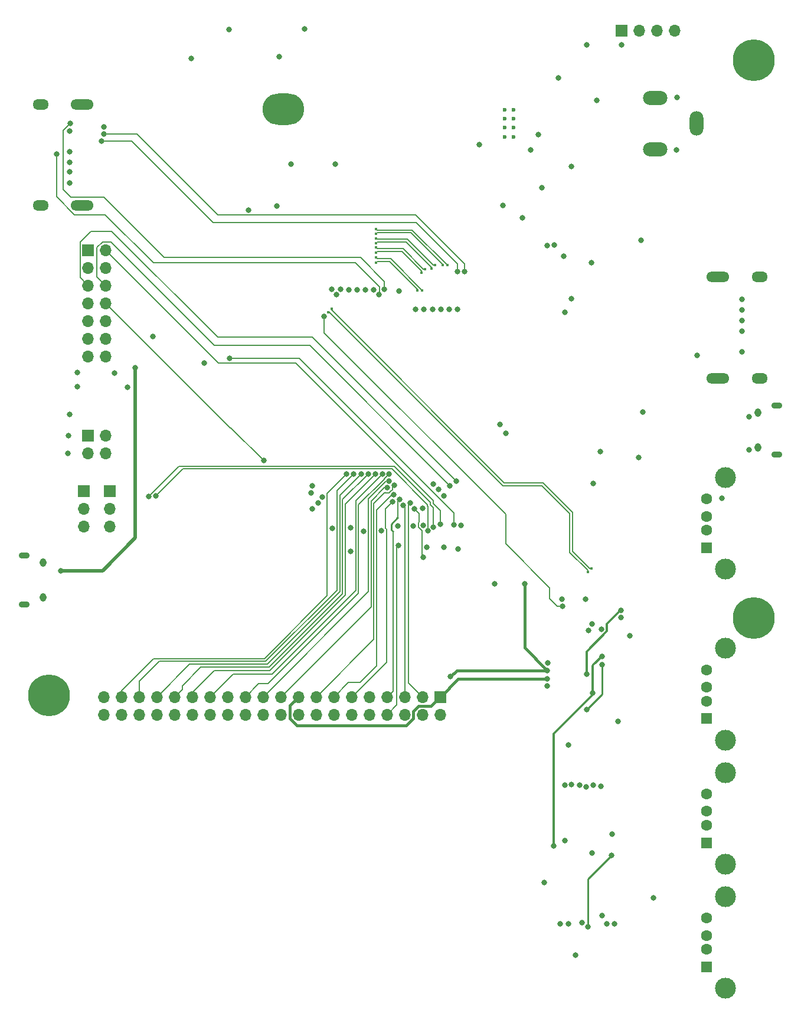
<source format=gbr>
%TF.GenerationSoftware,KiCad,Pcbnew,(6.0.0-0)*%
%TF.CreationDate,2022-04-14T20:44:02-04:00*%
%TF.ProjectId,SIL-CM4,53494c2d-434d-4342-9e6b-696361645f70,rev?*%
%TF.SameCoordinates,Original*%
%TF.FileFunction,Copper,L3,Inr*%
%TF.FilePolarity,Positive*%
%FSLAX46Y46*%
G04 Gerber Fmt 4.6, Leading zero omitted, Abs format (unit mm)*
G04 Created by KiCad (PCBNEW (6.0.0-0)) date 2022-04-14 20:44:02*
%MOMM*%
%LPD*%
G01*
G04 APERTURE LIST*
G04 Aperture macros list*
%AMRoundRect*
0 Rectangle with rounded corners*
0 $1 Rounding radius*
0 $2 $3 $4 $5 $6 $7 $8 $9 X,Y pos of 4 corners*
0 Add a 4 corners polygon primitive as box body*
4,1,4,$2,$3,$4,$5,$6,$7,$8,$9,$2,$3,0*
0 Add four circle primitives for the rounded corners*
1,1,$1+$1,$2,$3*
1,1,$1+$1,$4,$5*
1,1,$1+$1,$6,$7*
1,1,$1+$1,$8,$9*
0 Add four rect primitives between the rounded corners*
20,1,$1+$1,$2,$3,$4,$5,0*
20,1,$1+$1,$4,$5,$6,$7,0*
20,1,$1+$1,$6,$7,$8,$9,0*
20,1,$1+$1,$8,$9,$2,$3,0*%
G04 Aperture macros list end*
%TA.AperFunction,ComponentPad*%
%ADD10R,1.500000X1.600000*%
%TD*%
%TA.AperFunction,ComponentPad*%
%ADD11C,1.600000*%
%TD*%
%TA.AperFunction,ComponentPad*%
%ADD12C,3.000000*%
%TD*%
%TA.AperFunction,ComponentPad*%
%ADD13R,1.700000X1.700000*%
%TD*%
%TA.AperFunction,ComponentPad*%
%ADD14O,1.700000X1.700000*%
%TD*%
%TA.AperFunction,ComponentPad*%
%ADD15O,1.550000X0.890000*%
%TD*%
%TA.AperFunction,ComponentPad*%
%ADD16O,0.950000X1.250000*%
%TD*%
%TA.AperFunction,ComponentPad*%
%ADD17C,0.600000*%
%TD*%
%TA.AperFunction,ComponentPad*%
%ADD18C,6.000000*%
%TD*%
%TA.AperFunction,ComponentPad*%
%ADD19C,0.800000*%
%TD*%
%TA.AperFunction,ComponentPad*%
%ADD20O,3.300000X1.500000*%
%TD*%
%TA.AperFunction,ComponentPad*%
%ADD21O,2.300000X1.500000*%
%TD*%
%TA.AperFunction,ComponentPad*%
%ADD22O,6.000000X4.500000*%
%TD*%
%TA.AperFunction,ComponentPad*%
%ADD23RoundRect,1.000000X0.000000X-0.750000X0.000000X-0.750000X0.000000X0.750000X0.000000X0.750000X0*%
%TD*%
%TA.AperFunction,ComponentPad*%
%ADD24RoundRect,1.000000X-0.750000X0.000000X-0.750000X0.000000X0.750000X0.000000X0.750000X0.000000X0*%
%TD*%
%TA.AperFunction,ViaPad*%
%ADD25C,0.800000*%
%TD*%
%TA.AperFunction,ViaPad*%
%ADD26C,0.450000*%
%TD*%
%TA.AperFunction,Conductor*%
%ADD27C,0.200000*%
%TD*%
%TA.AperFunction,Conductor*%
%ADD28C,0.250000*%
%TD*%
%TA.AperFunction,Conductor*%
%ADD29C,0.147000*%
%TD*%
%TA.AperFunction,Conductor*%
%ADD30C,0.127000*%
%TD*%
%TA.AperFunction,Conductor*%
%ADD31C,0.350000*%
%TD*%
%TA.AperFunction,Conductor*%
%ADD32C,0.400000*%
%TD*%
%TA.AperFunction,Conductor*%
%ADD33C,0.500000*%
%TD*%
%TA.AperFunction,Conductor*%
%ADD34C,0.300000*%
%TD*%
G04 APERTURE END LIST*
D10*
%TO.N,5v*%
%TO.C,J13*%
X125490000Y-93100000D03*
D11*
%TO.N,/SIL-Motherboard/USB1-*%
X125490000Y-90600000D03*
%TO.N,/SIL-Motherboard/USB1+*%
X125490000Y-88600000D03*
%TO.N,GND*%
X125490000Y-86100000D03*
D12*
X128200000Y-96170000D03*
X128200000Y-83030000D03*
%TD*%
D10*
%TO.N,5v*%
%TO.C,J16*%
X125490000Y-135400000D03*
D11*
%TO.N,/SIL-Motherboard/USB3-*%
X125490000Y-132900000D03*
%TO.N,/SIL-Motherboard/USB3+*%
X125490000Y-130900000D03*
%TO.N,GND*%
X125490000Y-128400000D03*
D12*
X128200000Y-125330000D03*
X128200000Y-138470000D03*
%TD*%
D13*
%TO.N,/SIL-Motherboard/GLOBAL_EN*%
%TO.C,J4*%
X36200000Y-85000000D03*
D14*
%TO.N,GND*%
X36200000Y-87540000D03*
%TO.N,/SIL-Motherboard/RUN_PG*%
X36200000Y-90080000D03*
%TD*%
D13*
%TO.N,GND*%
%TO.C,J11*%
X36800000Y-50400000D03*
D14*
%TO.N,/SIL-Motherboard/nRPiBOOT*%
X39340000Y-50400000D03*
%TO.N,GND*%
X36800000Y-52940000D03*
%TO.N,/SIL-Motherboard/EEPROM_nWP*%
X39340000Y-52940000D03*
%TO.N,/SIL-Motherboard/AIN0*%
X36800000Y-55480000D03*
%TO.N,/SIL-Motherboard/AIN1*%
X39340000Y-55480000D03*
%TO.N,GND*%
X36800000Y-58020000D03*
%TO.N,/SIL-Motherboard/SYNC_IN*%
X39340000Y-58020000D03*
%TO.N,/SIL-Motherboard/SYNC_OUT*%
X36800000Y-60560000D03*
%TO.N,GND*%
X39340000Y-60560000D03*
%TO.N,/SIL-Motherboard/TV_OUT*%
X36800000Y-63100000D03*
%TO.N,GND*%
X39340000Y-63100000D03*
%TO.N,Net-(J11-Pad13)*%
X36800000Y-65640000D03*
%TO.N,/SIL-Motherboard/GLOBAL_EN*%
X39340000Y-65640000D03*
%TD*%
D15*
%TO.N,GND*%
%TO.C,J9*%
X27685000Y-94200000D03*
D16*
X30385000Y-95200000D03*
D15*
X27685000Y-101200000D03*
D16*
X30385000Y-100200000D03*
%TD*%
D10*
%TO.N,5v*%
%TO.C,J15*%
X125490000Y-117600000D03*
D11*
%TO.N,/SIL-Motherboard/USB2-*%
X125490000Y-115100000D03*
%TO.N,/SIL-Motherboard/USB2+*%
X125490000Y-113100000D03*
%TO.N,GND*%
X125490000Y-110600000D03*
D12*
X128200000Y-120670000D03*
X128200000Y-107530000D03*
%TD*%
D10*
%TO.N,5v*%
%TO.C,J17*%
X125490000Y-153200000D03*
D11*
%TO.N,/SIL-Motherboard/USB4-*%
X125490000Y-150700000D03*
%TO.N,/SIL-Motherboard/USB4+*%
X125490000Y-148700000D03*
%TO.N,GND*%
X125490000Y-146200000D03*
D12*
X128200000Y-156270000D03*
X128200000Y-143130000D03*
%TD*%
D13*
%TO.N,GND*%
%TO.C,J1*%
X113300000Y-18900000D03*
D14*
%TO.N,/SIL-Motherboard/+3V3*%
X115840000Y-18900000D03*
%TO.N,5v*%
X118380000Y-18900000D03*
%TO.N,/SIL-Motherboard/+12v*%
X120920000Y-18900000D03*
%TD*%
D17*
%TO.N,GND*%
%TO.C,U2*%
X97850000Y-34160000D03*
X96550000Y-30260000D03*
X96550000Y-32860000D03*
X97850000Y-32860000D03*
X97850000Y-31560000D03*
X96550000Y-34160000D03*
X97850000Y-30260000D03*
X96550000Y-31560000D03*
%TD*%
D18*
%TO.N,N/C*%
%TO.C,H4*%
X132300000Y-103200000D03*
D19*
X133890990Y-101609010D03*
X132300000Y-105450000D03*
X134550000Y-103200000D03*
X133890990Y-104790990D03*
X130050000Y-103200000D03*
X130709010Y-104790990D03*
X130709010Y-101609010D03*
X132300000Y-100950000D03*
%TD*%
D20*
%TO.N,GND*%
%TO.C,J7*%
X35956750Y-44025000D03*
X35956750Y-29525000D03*
D21*
X29996750Y-29525000D03*
X29996750Y-44025000D03*
%TD*%
D22*
%TO.N,N/C*%
%TO.C,H3*%
X64800000Y-30200000D03*
%TD*%
D13*
%TO.N,/SIL-Motherboard/ID_SC*%
%TO.C,J6*%
X36825000Y-77050000D03*
D14*
%TO.N,unconnected-(J6-Pad2)*%
X39365000Y-77050000D03*
%TO.N,/SIL-Motherboard/ID_SD*%
X36825000Y-79590000D03*
%TO.N,unconnected-(J6-Pad4)*%
X39365000Y-79590000D03*
%TD*%
D13*
%TO.N,/SIL-Motherboard/WiFi_Disable*%
%TO.C,J3*%
X39900000Y-85000000D03*
D14*
%TO.N,GND*%
X39900000Y-87540000D03*
%TO.N,/SIL-Motherboard/BT_Disable*%
X39900000Y-90080000D03*
%TD*%
D19*
%TO.N,N/C*%
%TO.C,H2*%
X132300000Y-25450000D03*
X130709010Y-24790990D03*
X133890990Y-21609010D03*
X130050000Y-23200000D03*
D18*
X132300000Y-23200000D03*
D19*
X132300000Y-20950000D03*
X133890990Y-24790990D03*
X130709010Y-21609010D03*
X134550000Y-23200000D03*
%TD*%
D20*
%TO.N,GND*%
%TO.C,J8*%
X127143250Y-54275000D03*
X127143250Y-68775000D03*
D21*
X133103250Y-68775000D03*
X133103250Y-54275000D03*
%TD*%
D23*
%TO.N,/SIL-Motherboard/VCC_IN*%
%TO.C,J2*%
X124037500Y-32250000D03*
D24*
%TO.N,GND*%
X118137500Y-28550000D03*
X118137500Y-35950000D03*
%TD*%
D15*
%TO.N,GND*%
%TO.C,J5*%
X135600000Y-79700000D03*
D16*
X132900000Y-78700000D03*
D15*
X135600000Y-72700000D03*
D16*
X132900000Y-73700000D03*
%TD*%
D13*
%TO.N,/SIL-Motherboard/+3V3*%
%TO.C,J10*%
X87300000Y-114500000D03*
D14*
%TO.N,5v*%
X87300000Y-117040000D03*
%TO.N,/SIL-Motherboard/GPIO2*%
X84760000Y-114500000D03*
%TO.N,5v*%
X84760000Y-117040000D03*
%TO.N,/SIL-Motherboard/GPIO3*%
X82220000Y-114500000D03*
%TO.N,GND*%
X82220000Y-117040000D03*
%TO.N,/SIL-Motherboard/GPIO4*%
X79680000Y-114500000D03*
%TO.N,/SIL-Motherboard/GPIO14*%
X79680000Y-117040000D03*
%TO.N,GND*%
X77140000Y-114500000D03*
%TO.N,/SIL-Motherboard/GPIO15*%
X77140000Y-117040000D03*
%TO.N,/SIL-Motherboard/GPIO17*%
X74600000Y-114500000D03*
%TO.N,/SIL-Motherboard/GPIO18*%
X74600000Y-117040000D03*
%TO.N,/SIL-Motherboard/GPIO27*%
X72060000Y-114500000D03*
%TO.N,GND*%
X72060000Y-117040000D03*
%TO.N,/SIL-Motherboard/GPIO22*%
X69520000Y-114500000D03*
%TO.N,/SIL-Motherboard/GPIO23*%
X69520000Y-117040000D03*
%TO.N,/SIL-Motherboard/+3V3*%
X66980000Y-114500000D03*
%TO.N,/SIL-Motherboard/GPIO24*%
X66980000Y-117040000D03*
%TO.N,/SIL-Motherboard/GPIO10*%
X64440000Y-114500000D03*
%TO.N,GND*%
X64440000Y-117040000D03*
%TO.N,/SIL-Motherboard/GPIO9*%
X61900000Y-114500000D03*
%TO.N,/SIL-Motherboard/GPIO25*%
X61900000Y-117040000D03*
%TO.N,/SIL-Motherboard/GPIO11*%
X59360000Y-114500000D03*
%TO.N,/SIL-Motherboard/GPIO8*%
X59360000Y-117040000D03*
%TO.N,GND*%
X56820000Y-114500000D03*
%TO.N,/SIL-Motherboard/GPIO7*%
X56820000Y-117040000D03*
%TO.N,/SIL-Motherboard/ID_SD*%
X54280000Y-114500000D03*
%TO.N,/SIL-Motherboard/ID_SC*%
X54280000Y-117040000D03*
%TO.N,/SIL-Motherboard/GPIO5*%
X51740000Y-114500000D03*
%TO.N,GND*%
X51740000Y-117040000D03*
%TO.N,/SIL-Motherboard/GPIO6*%
X49200000Y-114500000D03*
%TO.N,/SIL-Motherboard/GPIO12*%
X49200000Y-117040000D03*
%TO.N,/SIL-Motherboard/GPIO13*%
X46660000Y-114500000D03*
%TO.N,GND*%
X46660000Y-117040000D03*
%TO.N,/SIL-Motherboard/GPIO19*%
X44120000Y-114500000D03*
%TO.N,/SIL-Motherboard/GPIO16*%
X44120000Y-117040000D03*
%TO.N,/SIL-Motherboard/GPIO26*%
X41580000Y-114500000D03*
%TO.N,/SIL-Motherboard/GPIO20*%
X41580000Y-117040000D03*
%TO.N,GND*%
X39040000Y-114500000D03*
%TO.N,/SIL-Motherboard/GPIO21*%
X39040000Y-117040000D03*
%TD*%
D19*
%TO.N,N/C*%
%TO.C,H1*%
X32790990Y-115890990D03*
X31200000Y-112050000D03*
X29609010Y-112709010D03*
X32790990Y-112709010D03*
X33450000Y-114300000D03*
X29609010Y-115890990D03*
X28950000Y-114300000D03*
X31200000Y-116550000D03*
D18*
X31200000Y-114300000D03*
%TD*%
D25*
%TO.N,GND*%
X64200000Y-22700000D03*
X57000000Y-18800000D03*
X67900000Y-18700000D03*
%TO.N,/SIL-Motherboard/+12v*%
X109800000Y-28900000D03*
%TO.N,GND*%
X130600000Y-57500000D03*
X83465136Y-89934398D03*
X130600000Y-65000000D03*
X34200000Y-37800000D03*
X130600000Y-60500000D03*
X71744427Y-56036361D03*
X106700000Y-151500000D03*
X74499500Y-90200000D03*
X83808000Y-58893000D03*
X102765332Y-109634668D03*
X87390000Y-58891000D03*
X34200000Y-40800000D03*
X34200000Y-33300000D03*
X121300000Y-28500000D03*
X101400000Y-33800000D03*
X112000000Y-134200000D03*
X73056977Y-56034347D03*
X108548000Y-104944000D03*
X81199500Y-90000000D03*
X88602000Y-58883000D03*
X84864137Y-89849051D03*
X113236000Y-103103112D03*
X115750000Y-80167500D03*
X89789000Y-58883000D03*
X90299362Y-89883208D03*
X74200000Y-56100000D03*
X40584668Y-68015332D03*
X116350000Y-73667500D03*
X78899500Y-90683371D03*
X131600000Y-74300000D03*
X104800000Y-100500000D03*
X110300000Y-79300000D03*
X102700000Y-112900000D03*
X112800000Y-118000000D03*
X81400000Y-56300000D03*
X76600000Y-56100000D03*
X103700000Y-49700000D03*
X121200000Y-36000000D03*
X117900000Y-143300000D03*
X75400000Y-56100000D03*
X72300000Y-38050000D03*
X86204000Y-58895000D03*
X71799500Y-90300000D03*
X34200000Y-36300000D03*
X130600000Y-59000000D03*
X130600000Y-62000000D03*
X113300000Y-21000000D03*
X84993000Y-58892000D03*
X77800000Y-56100000D03*
X34200000Y-39200000D03*
X76299500Y-90694348D03*
X102200000Y-141100000D03*
X109100000Y-136900000D03*
X114500000Y-105700000D03*
X105744622Y-121355378D03*
X65900000Y-38050000D03*
%TO.N,/SIL-Motherboard/SCL0*%
X95900000Y-75400000D03*
X86300000Y-84000000D03*
%TO.N,/SIL-Motherboard/SDA0*%
X96700000Y-76700000D03*
X87100000Y-84700000D03*
%TO.N,Net-(Module1-Pad21)*%
X74500000Y-93600000D03*
X116100000Y-49000000D03*
X105200000Y-59300000D03*
%TO.N,/SIL-Motherboard/SD_PWR_ON*%
X105224500Y-135080386D03*
X85400000Y-93000000D03*
%TO.N,/SIL-Motherboard/USBOTG_ID*%
X104858000Y-101514000D03*
X70655000Y-59919000D03*
%TO.N,/SIL-Motherboard/1V8*%
X110500000Y-109900000D03*
X108300000Y-116300000D03*
%TO.N,/SIL-Motherboard/SD_PWR*%
X108490924Y-147492336D03*
X111875500Y-137257407D03*
%TO.N,/SIL-Motherboard/HDMI_5v*%
X124200000Y-65500000D03*
X39100260Y-32773586D03*
X105000000Y-51300000D03*
X63900000Y-44100000D03*
X51600000Y-22900000D03*
%TO.N,Net-(J5-Pad1)*%
X108124000Y-100471000D03*
X131641000Y-79071000D03*
%TO.N,/SIL-Motherboard/5V*%
X95100000Y-98300000D03*
X87800000Y-93000000D03*
%TO.N,Net-(C11-Pad2)*%
X100300000Y-36010000D03*
X92900000Y-35310000D03*
D26*
%TO.N,/SIL-Motherboard/USB2_P*%
X109001549Y-96083451D03*
X71724549Y-58806451D03*
D25*
X109100000Y-104000000D03*
D26*
%TO.N,/SIL-Motherboard/USB2_N*%
X71227451Y-59303549D03*
X108504451Y-96580549D03*
D25*
X110465032Y-104755868D03*
%TO.N,/SIL-Motherboard/+3v3_CM4*%
X87832033Y-85642790D03*
X84800000Y-87400000D03*
X106100000Y-38400000D03*
X108300000Y-21000000D03*
%TO.N,/SIL-Motherboard/GPIO2*%
X83035984Y-86674839D03*
%TO.N,/SIL-Motherboard/GPIO3*%
X81977980Y-86988762D03*
%TO.N,/SIL-Motherboard/GPIO4*%
X81469488Y-86128272D03*
%TO.N,/SIL-Motherboard/GPIO14*%
X81305982Y-92794248D03*
%TO.N,/SIL-Motherboard/GPIO17*%
X80499500Y-86516795D03*
%TO.N,/SIL-Motherboard/GPIO27*%
X80681149Y-85513841D03*
%TO.N,/SIL-Motherboard/GPIO22*%
X80750142Y-84138602D03*
%TO.N,/SIL-Motherboard/GPIO10*%
X79713068Y-84503433D03*
%TO.N,/SIL-Motherboard/GPIO9*%
X79952386Y-83533004D03*
%TO.N,/SIL-Motherboard/GPIO11*%
X80000000Y-82500000D03*
%TO.N,/SIL-Motherboard/ID_SD*%
X79000000Y-82500000D03*
X33900000Y-79600000D03*
%TO.N,/SIL-Motherboard/ID_SC*%
X34000000Y-77000000D03*
%TO.N,/SIL-Motherboard/GPIO5*%
X78000000Y-82500000D03*
%TO.N,/SIL-Motherboard/GPIO6*%
X77000000Y-82500000D03*
%TO.N,/SIL-Motherboard/GPIO13*%
X76000000Y-82500000D03*
%TO.N,/SIL-Motherboard/GPIO19*%
X74900000Y-82500000D03*
%TO.N,/SIL-Motherboard/GPIO26*%
X73900000Y-82500000D03*
%TO.N,/SIL-Motherboard/nRPiBOOT*%
X87300000Y-89700000D03*
%TO.N,/SIL-Motherboard/EEPROM_nWP*%
X69000000Y-84200000D03*
X70400000Y-85800000D03*
%TO.N,/SIL-Motherboard/AIN0*%
X89600000Y-83500000D03*
%TO.N,/SIL-Motherboard/AIN1*%
X88700500Y-84226193D03*
%TO.N,/SIL-Motherboard/SYNC_IN*%
X69000000Y-87500000D03*
X62000000Y-80600000D03*
%TO.N,/SIL-Motherboard/SYNC_OUT*%
X68800000Y-85200000D03*
X69800000Y-86700000D03*
%TO.N,/SIL-Motherboard/TV_OUT*%
X72401859Y-56789215D03*
X46100000Y-62800000D03*
%TO.N,Net-(J11-Pad13)*%
X35300000Y-68000000D03*
X34200000Y-74000000D03*
%TO.N,/SIL-Motherboard/GLOBAL_EN*%
X42500000Y-70100000D03*
X57100000Y-65900000D03*
X53500000Y-66600000D03*
X89300000Y-89800000D03*
%TO.N,/SIL-Motherboard/WiFi_Disable*%
X85524814Y-90690178D03*
X46502743Y-85686500D03*
%TO.N,/SIL-Motherboard/BT_Disable*%
X45500000Y-85700000D03*
X86352627Y-90130061D03*
%TO.N,/SIL-Motherboard/RUN_PG*%
X35300000Y-70000000D03*
%TO.N,/SIL-Motherboard/SD_DAT1*%
X104500000Y-147000000D03*
X108247410Y-127424635D03*
%TO.N,/SIL-Motherboard/SD_DAT0*%
X105700000Y-147000000D03*
X107280499Y-127171479D03*
%TO.N,/SIL-Motherboard/SD_CLK*%
X107693180Y-146890165D03*
X105166953Y-127119706D03*
%TO.N,/SIL-Motherboard/SD_CMD*%
X110400000Y-127300000D03*
X83600000Y-87500000D03*
X84899500Y-94427855D03*
X110500049Y-145875451D03*
%TO.N,/SIL-Motherboard/SD_DAT3*%
X111200000Y-147000000D03*
X106165718Y-127081296D03*
%TO.N,/SIL-Motherboard/SD_DAT2*%
X109228585Y-127117829D03*
X112300000Y-147000000D03*
%TO.N,/SIL-Motherboard/nPWR_LED*%
X106100000Y-57400000D03*
X89900000Y-93300000D03*
X102650461Y-49745912D03*
%TO.N,/SIL-Motherboard/HDMI0_CEC*%
X78570000Y-56751000D03*
X32272000Y-36630000D03*
%TO.N,/SIL-Motherboard/HDMI0_HOTPLUG*%
X79325500Y-56001417D03*
X34210000Y-32271000D03*
D26*
%TO.N,/SIL-Motherboard/HDMI0_D2_P*%
X78110000Y-52188500D03*
X84048500Y-56216000D03*
%TO.N,/SIL-Motherboard/HDMI0_D2_N*%
X84751500Y-56216000D03*
X78110000Y-51485500D03*
%TO.N,/SIL-Motherboard/HDMI0_D1_P*%
X78121000Y-50734500D03*
X84650451Y-53615549D03*
%TO.N,/SIL-Motherboard/HDMI0_D1_N*%
X78121000Y-50031500D03*
X85147549Y-53118451D03*
%TO.N,/SIL-Motherboard/HDMI0_D0_P*%
X86033451Y-53076549D03*
X78101000Y-49404500D03*
%TO.N,/SIL-Motherboard/HDMI0_D0_N*%
X86530549Y-52579451D03*
X78101000Y-48701500D03*
%TO.N,/SIL-Motherboard/HDMI0_CK_P*%
X78122000Y-48073500D03*
X87648500Y-52593000D03*
%TO.N,/SIL-Motherboard/HDMI0_CK_N*%
X78122000Y-47370500D03*
X88351500Y-52593000D03*
D25*
%TO.N,/SIL-Motherboard/HDMI0_SDA*%
X90825000Y-53462000D03*
X39087000Y-33773000D03*
%TO.N,/SIL-Motherboard/HDMI0_SCL*%
X38761000Y-34736000D03*
X89787000Y-53451000D03*
%TO.N,5v*%
X108300000Y-111200000D03*
X127700000Y-86000000D03*
X101900000Y-41500000D03*
X32900000Y-96400000D03*
X99400000Y-98300000D03*
X43600000Y-67300000D03*
X109000000Y-52248000D03*
X59804342Y-44650500D03*
X88800000Y-111600000D03*
X102700000Y-110700000D03*
X113236000Y-102103609D03*
%TO.N,/SIL-Motherboard/+3V3*%
X102700000Y-111900000D03*
X109300000Y-83900000D03*
X110500000Y-108700000D03*
X104300000Y-25700000D03*
X103600000Y-135900000D03*
X109200000Y-113900000D03*
X99100000Y-45800000D03*
X96300000Y-44000000D03*
%TD*%
D27*
%TO.N,/SIL-Motherboard/USBOTG_ID*%
X103022000Y-98868000D02*
X103022000Y-100418000D01*
X103022000Y-100418000D02*
X104118000Y-101514000D01*
X96704000Y-88307000D02*
X96704000Y-92550000D01*
X70655000Y-62258000D02*
X96704000Y-88307000D01*
X70655000Y-61995000D02*
X70655000Y-62257000D01*
X70655000Y-59919000D02*
X70655000Y-61995000D01*
X104118000Y-101514000D02*
X104858000Y-101514000D01*
X70655000Y-62257000D02*
X70655000Y-62258000D01*
X96704000Y-92550000D02*
X103022000Y-98868000D01*
D28*
%TO.N,/SIL-Motherboard/1V8*%
X110500000Y-109900000D02*
X110500000Y-114100000D01*
X110500000Y-114100000D02*
X108300000Y-116300000D01*
%TO.N,/SIL-Motherboard/SD_PWR*%
X108490924Y-147492336D02*
X108490924Y-140641983D01*
X108490924Y-140641983D02*
X111875500Y-137257407D01*
D29*
%TO.N,/SIL-Motherboard/USB2_P*%
X108787294Y-96083451D02*
X106300000Y-93596157D01*
X106300000Y-93596157D02*
X106300000Y-88017156D01*
X71724549Y-59020706D02*
X71724549Y-58806451D01*
X102082844Y-83800000D02*
X96503843Y-83800000D01*
X106300000Y-88017156D02*
X102082844Y-83800000D01*
X96503843Y-83800000D02*
X71724549Y-59020706D01*
X109001549Y-96083451D02*
X108787294Y-96083451D01*
%TO.N,/SIL-Motherboard/USB2_N*%
X101917156Y-84200000D02*
X96338157Y-84200000D01*
X71441706Y-59303549D02*
X71227451Y-59303549D01*
X105900000Y-88182844D02*
X101917156Y-84200000D01*
X108504451Y-96366294D02*
X105900000Y-93761843D01*
X105900000Y-93761843D02*
X105900000Y-88182844D01*
X96338157Y-84200000D02*
X71441706Y-59303549D01*
X108504451Y-96580549D02*
X108504451Y-96366294D01*
D27*
%TO.N,/SIL-Motherboard/GPIO2*%
X84760000Y-114500000D02*
X82765635Y-112505635D01*
X82765635Y-112505635D02*
X82765635Y-86945188D01*
X82765635Y-86945188D02*
X83035984Y-86674839D01*
%TO.N,/SIL-Motherboard/GPIO3*%
X82220000Y-87230782D02*
X81977980Y-86988762D01*
X82220000Y-114500000D02*
X82220000Y-87230782D01*
%TO.N,/SIL-Motherboard/GPIO4*%
X81214302Y-88812352D02*
X81214302Y-86529750D01*
D28*
X80300000Y-89700000D02*
X80300000Y-90529632D01*
D27*
X79680000Y-114500000D02*
X80530000Y-113650000D01*
X80530000Y-113650000D02*
X80530000Y-90759632D01*
D28*
X80300000Y-90529632D02*
X80530000Y-90759632D01*
X80300000Y-89700000D02*
X81187648Y-88812352D01*
D27*
X81214302Y-86529750D02*
X81469488Y-86274564D01*
X81469488Y-86274564D02*
X81469488Y-86128272D01*
D28*
X81187648Y-88812352D02*
X81214302Y-88812352D01*
D27*
%TO.N,/SIL-Motherboard/GPIO14*%
X81070489Y-93029741D02*
X81305982Y-92794248D01*
X79680000Y-117040000D02*
X81070489Y-115649511D01*
X81070489Y-115649511D02*
X81070489Y-93029741D01*
%TO.N,/SIL-Motherboard/GPIO17*%
X79499001Y-87517294D02*
X80499500Y-86516795D01*
X79499001Y-90293627D02*
X79499001Y-87517294D01*
X79599001Y-90393627D02*
X79499001Y-90293627D01*
X79599001Y-109500999D02*
X79599001Y-90393627D01*
X74600000Y-114500000D02*
X79599001Y-109500999D01*
%TO.N,/SIL-Motherboard/GPIO27*%
X75800000Y-112400000D02*
X78200000Y-110000000D01*
X74160000Y-112400000D02*
X75800000Y-112400000D01*
X72060000Y-114500000D02*
X74160000Y-112400000D01*
X80353890Y-85513841D02*
X80681149Y-85513841D01*
X78200000Y-87667731D02*
X80353890Y-85513841D01*
X78200000Y-110000000D02*
X78200000Y-87667731D01*
%TO.N,/SIL-Motherboard/GPIO22*%
X80544588Y-84138602D02*
X80750142Y-84138602D01*
X80443563Y-84244683D02*
X80441035Y-84242155D01*
X80391405Y-84814340D02*
X80443563Y-84814340D01*
X80441035Y-84242155D02*
X80544588Y-84138602D01*
X79399500Y-85188745D02*
X79409135Y-85188745D01*
X79394622Y-85183867D02*
X79399500Y-85188745D01*
X79454318Y-85233928D02*
X79981648Y-85233928D01*
X79981648Y-85233928D02*
X79981648Y-85224097D01*
X69520000Y-114500000D02*
X77800000Y-106220000D01*
X77800000Y-86778489D02*
X79394622Y-85183867D01*
X77800000Y-106220000D02*
X77800000Y-86778489D01*
X80443563Y-84814340D02*
X80443563Y-84244683D01*
X79981648Y-85224097D02*
X80391405Y-84814340D01*
X79409135Y-85188745D02*
X79454318Y-85233928D01*
%TO.N,/SIL-Motherboard/GPIO10*%
X77398511Y-101541489D02*
X77398511Y-86401489D01*
X64440000Y-114500000D02*
X77398511Y-101541489D01*
X77398511Y-86401489D02*
X79296567Y-84503433D01*
X79296567Y-84503433D02*
X79713068Y-84503433D01*
%TO.N,/SIL-Motherboard/GPIO9*%
X79566996Y-83533004D02*
X79952386Y-83533004D01*
X76999001Y-99400999D02*
X76999001Y-86100999D01*
X76999001Y-86100999D02*
X79566996Y-83533004D01*
X61900000Y-114500000D02*
X76999001Y-99400999D01*
%TO.N,/SIL-Motherboard/GPIO11*%
X75600000Y-99600000D02*
X62600000Y-112600000D01*
X79252659Y-83247341D02*
X75600000Y-86900000D01*
X79252885Y-83243402D02*
X79252838Y-83243449D01*
X75600000Y-86900000D02*
X75600000Y-99600000D01*
X79252885Y-83243260D02*
X79252885Y-83243402D01*
X79252659Y-83244175D02*
X79252659Y-83247341D01*
X80000000Y-82500000D02*
X79666497Y-82833503D01*
X61260000Y-112600000D02*
X59360000Y-114500000D01*
X79252838Y-83243996D02*
X79252659Y-83244175D01*
X62600000Y-112600000D02*
X61260000Y-112600000D01*
X79662642Y-82833503D02*
X79252885Y-83243260D01*
X79252838Y-83243449D02*
X79252838Y-83243996D01*
X79666497Y-82833503D02*
X79662642Y-82833503D01*
%TO.N,/SIL-Motherboard/ID_SD*%
X63200000Y-111200000D02*
X75200000Y-99200000D01*
X79000000Y-82500000D02*
X75200000Y-86300000D01*
X75200000Y-86300000D02*
X75200000Y-99200000D01*
X54280000Y-114500000D02*
X57580000Y-111200000D01*
X57580000Y-111200000D02*
X63200000Y-111200000D01*
%TO.N,/SIL-Motherboard/GPIO5*%
X73700000Y-99900000D02*
X62900000Y-110700000D01*
X73700000Y-86800000D02*
X73700000Y-99900000D01*
X78000000Y-82500000D02*
X73700000Y-86800000D01*
X51740000Y-113860000D02*
X51740000Y-114500000D01*
X62900000Y-110700000D02*
X54900000Y-110700000D01*
X54900000Y-110700000D02*
X51740000Y-113860000D01*
%TO.N,/SIL-Motherboard/GPIO6*%
X50300000Y-112900000D02*
X50300000Y-113400000D01*
X73300000Y-99700000D02*
X62800000Y-110200000D01*
X53000000Y-110200000D02*
X50300000Y-112900000D01*
X77000000Y-82500000D02*
X73300000Y-86200000D01*
X50300000Y-113400000D02*
X49200000Y-114500000D01*
X73300000Y-86200000D02*
X73300000Y-99700000D01*
X62800000Y-110200000D02*
X53000000Y-110200000D01*
%TO.N,/SIL-Motherboard/GPIO13*%
X62500000Y-109800000D02*
X51360000Y-109800000D01*
X72900000Y-85600000D02*
X72900000Y-99400000D01*
X72900000Y-99400000D02*
X62500000Y-109800000D01*
X51360000Y-109800000D02*
X46660000Y-114500000D01*
X76000000Y-82500000D02*
X72900000Y-85600000D01*
%TO.N,/SIL-Motherboard/GPIO19*%
X47000000Y-109400000D02*
X44120000Y-112280000D01*
X72500000Y-84900000D02*
X72500000Y-99200000D01*
X72500000Y-99200000D02*
X62300000Y-109400000D01*
X62300000Y-109400000D02*
X47000000Y-109400000D01*
X44120000Y-112280000D02*
X44120000Y-114500000D01*
X74900000Y-82500000D02*
X72500000Y-84900000D01*
%TO.N,/SIL-Motherboard/GPIO26*%
X41580000Y-113620000D02*
X41580000Y-114500000D01*
X71100000Y-100000000D02*
X62100000Y-109000000D01*
X73900000Y-82500000D02*
X71100000Y-85300000D01*
X46200000Y-109000000D02*
X41580000Y-113620000D01*
X62100000Y-109000000D02*
X46200000Y-109000000D01*
X71100000Y-85300000D02*
X71100000Y-100000000D01*
%TO.N,/SIL-Motherboard/nRPiBOOT*%
X87300000Y-89700000D02*
X87300000Y-87764993D01*
X86300489Y-86300489D02*
X66600000Y-66600000D01*
X87300000Y-87764993D02*
X86300489Y-86765482D01*
X55540000Y-66600000D02*
X39340000Y-50400000D01*
X66600000Y-66600000D02*
X55540000Y-66600000D01*
X86300489Y-86765482D02*
X86300489Y-86300489D01*
%TO.N,/SIL-Motherboard/AIN0*%
X89600000Y-83500000D02*
X69000000Y-62900000D01*
X35650489Y-54330489D02*
X36800000Y-55480000D01*
X55400000Y-62900000D02*
X40200000Y-47700000D01*
X37200978Y-47700000D02*
X35650489Y-49250489D01*
X40200000Y-47700000D02*
X37200978Y-47700000D01*
X69000000Y-62900000D02*
X55400000Y-62900000D01*
X35650489Y-49250489D02*
X35650489Y-54330489D01*
%TO.N,/SIL-Motherboard/AIN1*%
X88700500Y-84191256D02*
X88700500Y-84226193D01*
X38100000Y-50014345D02*
X38863856Y-49250489D01*
X40050489Y-49250489D02*
X54900000Y-64100000D01*
X38863856Y-49250489D02*
X40050489Y-49250489D01*
X54900000Y-64100000D02*
X68609244Y-64100000D01*
X38100000Y-54240000D02*
X38100000Y-50014345D01*
X39340000Y-55480000D02*
X38100000Y-54240000D01*
X68609244Y-64100000D02*
X88700500Y-84191256D01*
%TO.N,/SIL-Motherboard/SYNC_IN*%
X57220489Y-75900489D02*
X39340000Y-58020000D01*
X62000000Y-80600000D02*
X57300489Y-75900489D01*
X57300489Y-75900489D02*
X57220489Y-75900489D01*
%TO.N,/SIL-Motherboard/GLOBAL_EN*%
X89300000Y-89800000D02*
X89300000Y-88100000D01*
X67099999Y-65899999D02*
X57100000Y-65900000D01*
X89300000Y-88100000D02*
X67099999Y-65899999D01*
%TO.N,/SIL-Motherboard/WiFi_Disable*%
X85571268Y-90643724D02*
X85524814Y-90690178D01*
X85501469Y-87096450D02*
X85571268Y-87166248D01*
X85571268Y-87166248D02*
X85571268Y-90643724D01*
X80400000Y-81800000D02*
X85501468Y-86901468D01*
X50389243Y-81800000D02*
X80400000Y-81800000D01*
X85501468Y-86901468D02*
X85501469Y-87096450D01*
X46502743Y-85686500D02*
X50389243Y-81800000D01*
%TO.N,/SIL-Motherboard/BT_Disable*%
X85900979Y-86600979D02*
X85900979Y-86930966D01*
X80700000Y-81400000D02*
X85900979Y-86600979D01*
X49800000Y-81400000D02*
X80700000Y-81400000D01*
X85900979Y-86930966D02*
X86352627Y-87382614D01*
X86352627Y-87382614D02*
X86352627Y-90130061D01*
X45500000Y-85700000D02*
X49800000Y-81400000D01*
%TO.N,/SIL-Motherboard/SD_CMD*%
X84679210Y-90653369D02*
X84679210Y-94207565D01*
X83600000Y-87500000D02*
X84300000Y-88200000D01*
X84300000Y-89423943D02*
X84164636Y-89559307D01*
X84164636Y-90138795D02*
X84679210Y-90653369D01*
X84164636Y-89559307D02*
X84164636Y-90138795D01*
X84679210Y-94207565D02*
X84899500Y-94427855D01*
X84300000Y-88200000D02*
X84300000Y-89423943D01*
%TO.N,/SIL-Motherboard/HDMI0_CEC*%
X75136000Y-52233000D02*
X49420000Y-52233000D01*
X49420000Y-52233000D02*
X47391000Y-52233000D01*
X34877505Y-45330000D02*
X32272000Y-42724495D01*
X78604000Y-55701000D02*
X75136000Y-52233000D01*
X78570000Y-56751000D02*
X78604000Y-56717000D01*
X39270000Y-45330000D02*
X34877505Y-45330000D01*
X46173000Y-52233000D02*
X39270000Y-45330000D01*
X47391000Y-52233000D02*
X47119000Y-52233000D01*
X78604000Y-56717000D02*
X78604000Y-55701000D01*
X32272000Y-42724495D02*
X32272000Y-36630000D01*
X47119000Y-52233000D02*
X46173000Y-52233000D01*
%TO.N,/SIL-Motherboard/HDMI0_HOTPLUG*%
X47742000Y-51464000D02*
X75890000Y-51464000D01*
X34292000Y-42780000D02*
X39058000Y-42780000D01*
X75890000Y-51464000D02*
X79325500Y-54899500D01*
X39058000Y-42780000D02*
X47742000Y-51464000D01*
X33200000Y-41688000D02*
X34292000Y-42780000D01*
X33200000Y-33281000D02*
X33200000Y-41688000D01*
X34210000Y-32271000D02*
X33200000Y-33281000D01*
X79325500Y-54899500D02*
X79325500Y-56001417D01*
D30*
%TO.N,/SIL-Motherboard/HDMI0_D2_P*%
X80025098Y-52027000D02*
X84048500Y-56050402D01*
X78110000Y-52188500D02*
X78271500Y-52027000D01*
X84048500Y-56050402D02*
X84048500Y-56216000D01*
X78271500Y-52027000D02*
X80025098Y-52027000D01*
%TO.N,/SIL-Motherboard/HDMI0_D2_N*%
X78110000Y-51485500D02*
X78271500Y-51647000D01*
X80182500Y-51647000D02*
X84751500Y-56216000D01*
X78271500Y-51647000D02*
X80182500Y-51647000D01*
%TO.N,/SIL-Motherboard/HDMI0_D1_P*%
X78282500Y-50573000D02*
X81836299Y-50573000D01*
X81836299Y-50573000D02*
X84650451Y-53387152D01*
X84650451Y-53387152D02*
X84650451Y-53615549D01*
X78121000Y-50734500D02*
X78282500Y-50573000D01*
%TO.N,/SIL-Motherboard/HDMI0_D1_N*%
X78121000Y-50031500D02*
X78282500Y-50193000D01*
X78282500Y-50193000D02*
X81993701Y-50193000D01*
X81993701Y-50193000D02*
X84919152Y-53118451D01*
X84919152Y-53118451D02*
X85147549Y-53118451D01*
%TO.N,/SIL-Motherboard/HDMI0_D0_P*%
X78262500Y-49243000D02*
X78101000Y-49404500D01*
X86033451Y-53076549D02*
X86033451Y-52848152D01*
X82428299Y-49243000D02*
X78262500Y-49243000D01*
X86033451Y-52848152D02*
X82428299Y-49243000D01*
%TO.N,/SIL-Motherboard/HDMI0_D0_N*%
X82585701Y-48863000D02*
X78262500Y-48863000D01*
X86302152Y-52579451D02*
X82585701Y-48863000D01*
X86530549Y-52579451D02*
X86302152Y-52579451D01*
X78262500Y-48863000D02*
X78101000Y-48701500D01*
%TO.N,/SIL-Motherboard/HDMI0_CK_P*%
X87648500Y-52593000D02*
X87648500Y-52427402D01*
X78283500Y-47912000D02*
X78122000Y-48073500D01*
X87648500Y-52427402D02*
X83133098Y-47912000D01*
X83133098Y-47912000D02*
X78283500Y-47912000D01*
%TO.N,/SIL-Motherboard/HDMI0_CK_N*%
X83290500Y-47532000D02*
X78283500Y-47532000D01*
X78283500Y-47532000D02*
X78122000Y-47370500D01*
X88351500Y-52593000D02*
X83290500Y-47532000D01*
D27*
%TO.N,/SIL-Motherboard/HDMI0_SDA*%
X55380000Y-45350000D02*
X43803000Y-33773000D01*
X90825000Y-53462000D02*
X90825000Y-52389000D01*
X90825000Y-52389000D02*
X83786000Y-45350000D01*
X83786000Y-45350000D02*
X55380000Y-45350000D01*
X43803000Y-33773000D02*
X39087000Y-33773000D01*
%TO.N,/SIL-Motherboard/HDMI0_SCL*%
X54773000Y-46478000D02*
X43031000Y-34736000D01*
X89787000Y-53451000D02*
X89787000Y-52369000D01*
X89787000Y-52369000D02*
X83896000Y-46478000D01*
X43031000Y-34736000D02*
X38761000Y-34736000D01*
X83896000Y-46478000D02*
X54773000Y-46478000D01*
D31*
%TO.N,5v*%
X108300000Y-108016211D02*
X111239533Y-105076678D01*
X108300000Y-111200000D02*
X108300000Y-108016211D01*
X111239533Y-103991084D02*
X113127008Y-102103609D01*
X113127008Y-102103609D02*
X113236000Y-102103609D01*
D32*
X102700000Y-110700000D02*
X89700000Y-110700000D01*
X99400000Y-107400000D02*
X99400000Y-98300000D01*
D33*
X43600000Y-67300000D02*
X43600000Y-91700000D01*
D32*
X89700000Y-110700000D02*
X88800000Y-111600000D01*
X102700000Y-110700000D02*
X99400000Y-107400000D01*
D31*
X111239533Y-105076678D02*
X111239533Y-103991084D01*
D33*
X43600000Y-91700000D02*
X38900000Y-96400000D01*
X38900000Y-96400000D02*
X32900000Y-96400000D01*
D32*
%TO.N,/SIL-Motherboard/+3V3*%
X86009511Y-115790489D02*
X84242435Y-115790489D01*
X102700000Y-111900000D02*
X89900000Y-111900000D01*
D34*
X110500000Y-108700000D02*
X109300000Y-109900000D01*
D32*
X83469511Y-117557565D02*
X82427076Y-118600000D01*
X65730489Y-115749511D02*
X66980000Y-114500000D01*
X84242435Y-115790489D02*
X83469511Y-116563413D01*
X89900000Y-111900000D02*
X87300000Y-114500000D01*
D34*
X109300000Y-109900000D02*
X109200000Y-110000000D01*
D32*
X87300000Y-114500000D02*
X86009511Y-115790489D01*
D34*
X103600000Y-119800000D02*
X103600000Y-135900000D01*
D32*
X66772924Y-118600000D02*
X65730489Y-117557565D01*
X82427076Y-118600000D02*
X66772924Y-118600000D01*
X83469511Y-116563413D02*
X83469511Y-117557565D01*
D34*
X105400000Y-118000000D02*
X103600000Y-119800000D01*
X109200000Y-113900000D02*
X109200000Y-114200000D01*
X109200000Y-114200000D02*
X105400000Y-118000000D01*
D32*
X65730489Y-117557565D02*
X65730489Y-115749511D01*
D34*
X109200000Y-110000000D02*
X109200000Y-113900000D01*
%TD*%
M02*

</source>
